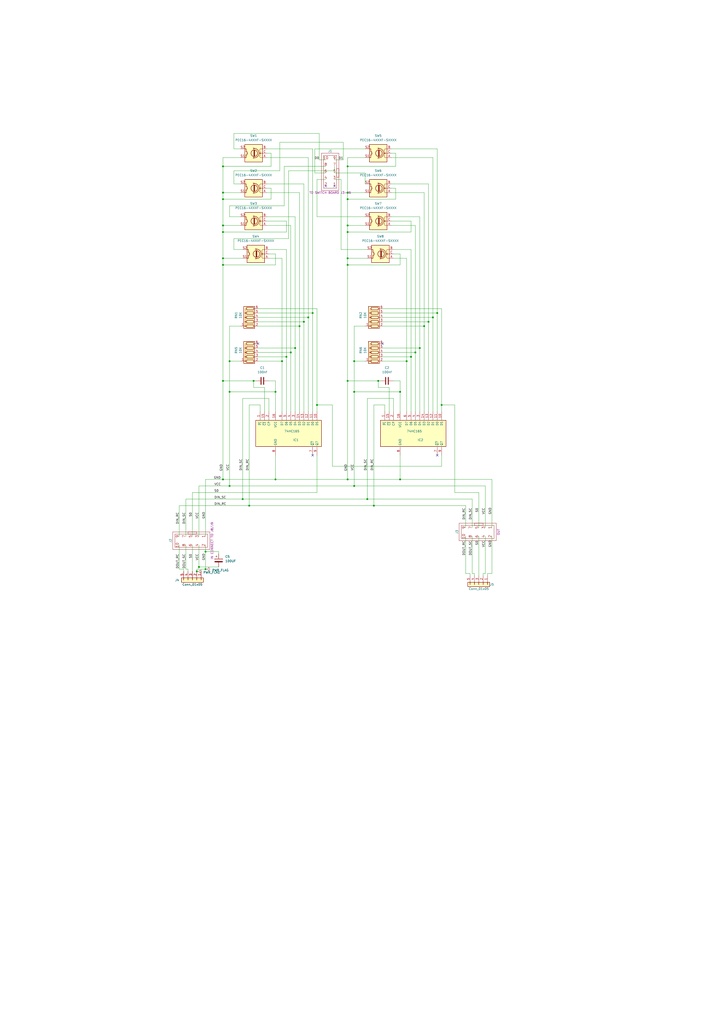
<source format=kicad_sch>
(kicad_sch (version 20230121) (generator eeschema)
  (paper "A2" portrait)
  (lib_symbols
    (symbol "74xx:74HC165"
      (property "Reference" "U?" (at 7.8488 -25.4 0))
      (property "Value" "74HC165" (at 5.3088 -25.4 0))
      (symbol "74HC165_1_0"
        (pin input line (at -16.51 11.43 270) (length 5.08) (name "~{PL}") (number "1"))
        (pin input line (at 16.51 11.43 270) (length 5.08) (name "DS") (number "10"))
        (pin input line (at 13.97 11.43 270) (length 5.08) (name "D0") (number "11"))
        (pin input line (at 11.43 11.43 270) (length 5.08) (name "D1") (number "12"))
        (pin input line (at 8.89 11.43 270) (length 5.08) (name "D2") (number "13"))
        (pin input line (at 6.35 11.43 270) (length 5.08) (name "D3") (number "14"))
        (pin input line (at -13.97 11.43 270) (length 5.08) (name "~{CE}") (number "15"))
        (pin power_in line (at -7.62 11.43 270) (length 5.08) (name "VCC") (number "16"))
        (pin input line (at -11.43 11.43 270) (length 5.08) (name "CP") (number "2"))
        (pin input line (at 3.81 11.43 270) (length 5.08) (name "D4") (number "3"))
        (pin input line (at 1.27 11.43 270) (length 5.08) (name "D5") (number "4"))
        (pin input line (at -1.27 11.43 270) (length 5.08) (name "D6") (number "5"))
        (pin input line (at -3.81 11.43 270) (length 5.08) (name "D7") (number "6"))
        (pin output line (at 13.97 -13.97 90) (length 5.08) (name "~{Q7}") (number "7"))
        (pin power_in line (at -7.62 -13.97 90) (length 5.08) (name "GND") (number "8"))
        (pin output line (at 16.51 -13.97 90) (length 5.08) (name "Q7") (number "9"))
      )
      (symbol "74HC165_1_1"
        (rectangle (start 19.05 6.35) (end -19.05 -8.89) (stroke (width 0.254)) (fill (type background)))
      )
    )
    (symbol "Connector_Generic:Conn_01x05" (pin_names (offset 1.016) hide)
      (property "Reference" "J" (at 0 7.62 0))
      (property "Value" "Conn_01x05" (at 0 -7.62 0))
      (symbol "Conn_01x05_1_1"
        (rectangle (start -1.27 -4.953) (end 0 -5.207) (stroke (width 0.1524)))
        (rectangle (start -1.27 -2.413) (end 0 -2.667) (stroke (width 0.1524)))
        (rectangle (start -1.27 0.127) (end 0 -0.127) (stroke (width 0.1524)))
        (rectangle (start -1.27 2.667) (end 0 2.413) (stroke (width 0.1524)))
        (rectangle (start -1.27 5.207) (end 0 4.953) (stroke (width 0.1524)))
        (rectangle (start -1.27 6.35) (end 1.27 -6.35) (stroke (width 0.254)) (fill (type background)))
        (pin passive line (at -5.08 5.08 0) (length 3.81) (name "Pin_1") (number "1"))
        (pin passive line (at -5.08 2.54 0) (length 3.81) (name "Pin_2") (number "2"))
        (pin passive line (at -5.08 0 0) (length 3.81) (name "Pin_3") (number "3"))
        (pin passive line (at -5.08 -2.54 0) (length 3.81) (name "Pin_4") (number "4"))
        (pin passive line (at -5.08 -5.08 0) (length 3.81) (name "Pin_5") (number "5"))
      )
    )
    (symbol "Device:C" (pin_numbers hide) (pin_names (offset 0.254))
      (property "Reference" "C" (at 0.635 2.54 0))
      (property "Value" "C" (at 0.635 -2.54 0))
      (symbol "C_0_1"
        (polyline (pts (xy -2.032 -0.762) (xy 2.032 -0.762)) (stroke (width 0.508)))
        (polyline (pts (xy -2.032 0.762) (xy 2.032 0.762)) (stroke (width 0.508)))
      )
      (symbol "C_1_1"
        (pin passive line (at 0 3.81 270) (length 2.794) (name "~") (number "1"))
        (pin passive line (at 0 -3.81 90) (length 2.794) (name "~") (number "2"))
      )
    )
    (symbol "Device:C_Polarized" (pin_numbers hide) (pin_names (offset 0.254))
      (property "Reference" "C" (at 0.635 2.54 0))
      (property "Value" "C_Polarized" (at 0.635 -2.54 0))
      (symbol "C_Polarized_0_1"
        (rectangle (start -2.286 0.508) (end 2.286 1.016))
        (polyline (pts (xy -1.778 2.286) (xy -0.762 2.286)))
        (polyline (pts (xy -1.27 2.794) (xy -1.27 1.778)))
        (rectangle (start 2.286 -0.508) (end -2.286 -1.016) (fill (type outline)))
      )
      (symbol "C_Polarized_1_1"
        (pin passive line (at 0 3.81 270) (length 2.794) (name "~") (number "1"))
        (pin passive line (at 0 -3.81 90) (length 2.794) (name "~") (number "2"))
      )
    )
    (symbol "Device:R_Network05" (pin_names (offset 0) hide)
      (property "Reference" "RN" (at -7.62 0 90))
      (property "Value" "R_Network05" (at 7.62 0 90))
      (symbol "R_Network05_0_1"
        (rectangle (start -6.35 -3.175) (end 6.35 3.175) (stroke (width 0.254)) (fill (type background)))
        (rectangle (start -5.842 1.524) (end -4.318 -2.54) (stroke (width 0.254)))
        (circle (center -5.08 2.286) (radius 0.254) (fill (type outline)))
        (rectangle (start -3.302 1.524) (end -1.778 -2.54) (stroke (width 0.254)))
        (circle (center -2.54 2.286) (radius 0.254) (fill (type outline)))
        (rectangle (start -0.762 1.524) (end 0.762 -2.54) (stroke (width 0.254)))
        (polyline (pts (xy -5.08 -2.54) (xy -5.08 -3.81)))
        (polyline (pts (xy -2.54 -2.54) (xy -2.54 -3.81)))
        (polyline (pts (xy 0 -2.54) (xy 0 -3.81)))
        (polyline (pts (xy 2.54 -2.54) (xy 2.54 -3.81)))
        (polyline (pts (xy 5.08 -2.54) (xy 5.08 -3.81)))
        (polyline (pts (xy -5.08 1.524) (xy -5.08 2.286) (xy -2.54 2.286) (xy -2.54 1.524)))
        (polyline (pts (xy -2.54 1.524) (xy -2.54 2.286) (xy 0 2.286) (xy 0 1.524)))
        (polyline (pts (xy 0 1.524) (xy 0 2.286) (xy 2.54 2.286) (xy 2.54 1.524)))
        (polyline (pts (xy 2.54 1.524) (xy 2.54 2.286) (xy 5.08 2.286) (xy 5.08 1.524)))
        (circle (center 0 2.286) (radius 0.254) (fill (type outline)))
        (rectangle (start 1.778 1.524) (end 3.302 -2.54) (stroke (width 0.254)))
        (circle (center 2.54 2.286) (radius 0.254) (fill (type outline)))
        (rectangle (start 4.318 1.524) (end 5.842 -2.54) (stroke (width 0.254)))
      )
      (symbol "R_Network05_1_1"
        (pin passive line (at -5.08 5.08 270) (length 2.54) (name "common") (number "1"))
        (pin passive line (at -5.08 -5.08 90) (length 1.27) (name "R1") (number "2"))
        (pin passive line (at -2.54 -5.08 90) (length 1.27) (name "R2") (number "3"))
        (pin passive line (at 0 -5.08 90) (length 1.27) (name "R3") (number "4"))
        (pin passive line (at 2.54 -5.08 90) (length 1.27) (name "R4") (number "5"))
        (pin passive line (at 5.08 -5.08 90) (length 1.27) (name "R5") (number "6"))
      )
    )
    (symbol "Device:RotaryEncoder_Switch" (pin_names (offset 0.254) hide)
      (property "Reference" "SW" (at 0 6.604 0))
      (property "Value" "RotaryEncoder_Switch" (at 0 -6.604 0))
      (symbol "RotaryEncoder_Switch_0_1"
        (rectangle (start -5.08 5.08) (end 5.08 -5.08) (stroke (width 0.254)) (fill (type background)))
        (circle (center -3.81 0) (radius 0.254) (fill (type outline)))
        (circle (center -0.381 0) (radius 1.905) (stroke (width 0.254)))
        (arc (start -0.381 2.667) (mid -3.0988 -0.0635) (end -0.381 -2.794) (stroke (width 0.254)))
        (polyline (pts (xy -0.635 -1.778) (xy -0.635 1.778)) (stroke (width 0.254)))
        (polyline (pts (xy -0.381 -1.778) (xy -0.381 1.778)) (stroke (width 0.254)))
        (polyline (pts (xy -0.127 1.778) (xy -0.127 -1.778)) (stroke (width 0.254)))
        (polyline (pts (xy 3.81 0) (xy 3.429 0)) (stroke (width 0.254)))
        (polyline (pts (xy 3.81 1.016) (xy 3.81 -1.016)) (stroke (width 0.254)))
        (polyline (pts (xy -5.08 -2.54) (xy -3.81 -2.54) (xy -3.81 -2.032)))
        (polyline (pts (xy -5.08 2.54) (xy -3.81 2.54) (xy -3.81 2.032)))
        (polyline (pts (xy 0.254 -3.048) (xy -0.508 -2.794) (xy 0.127 -2.413)) (stroke (width 0.254)))
        (polyline (pts (xy 0.254 2.921) (xy -0.508 2.667) (xy 0.127 2.286)) (stroke (width 0.254)))
        (polyline (pts (xy 5.08 -2.54) (xy 4.318 -2.54) (xy 4.318 -1.016)) (stroke (width 0.254)))
        (polyline (pts (xy 5.08 2.54) (xy 4.318 2.54) (xy 4.318 1.016)) (stroke (width 0.254)))
        (polyline (pts (xy -5.08 0) (xy -3.81 0) (xy -3.81 -1.016) (xy -3.302 -2.032)))
        (polyline (pts (xy -4.318 0) (xy -3.81 0) (xy -3.81 1.016) (xy -3.302 2.032)))
        (circle (center 4.318 -1.016) (radius 0.127) (stroke (width 0.254)))
        (circle (center 4.318 1.016) (radius 0.127) (stroke (width 0.254)))
      )
      (symbol "RotaryEncoder_Switch_1_1"
        (pin passive line (at -7.62 2.54 0) (length 2.54) (name "A") (number "A"))
        (pin passive line (at -7.62 -2.54 0) (length 2.54) (name "B") (number "B"))
        (pin passive line (at -7.62 0 0) (length 2.54) (name "C") (number "C"))
        (pin passive line (at 7.62 2.54 180) (length 2.54) (name "S1") (number "S1"))
        (pin passive line (at 7.62 -2.54 180) (length 2.54) (name "S2") (number "S2"))
      )
    )
    (symbol "IDC-Header_2x05_P2.54mm_Vertical_1"
      (property "Reference" "J?" (at -15.24 0 0))
      (property "Champ4" "IN" (at -12.7 0 0))
      (symbol "IDC-Header_2x05_P2.54mm_Vertical_1_0_1"
        (rectangle (start -5.08 11.43) (end 5.08 -10.16))
        (rectangle (start -3.81 10.16) (end 3.81 -8.89))
        (rectangle (start 3.81 -2.54) (end 5.08 2.54))
      )
      (symbol "IDC-Header_2x05_P2.54mm_Vertical_1_1_1"
        (pin passive line (at 2.54 -7.62 180) (length 0) (name "") (number "1"))
        (pin passive line (at -2.54 7.62 0) (length 0) (name "") (number "10"))
        (pin passive line (at -2.54 -7.62 0) (length 0) (name "") (number "2"))
        (pin passive line (at 2.54 -3.81 180) (length 0) (name "") (number "3"))
        (pin passive line (at -2.54 -3.81 0) (length 0) (name "") (number "4"))
        (pin passive line (at 2.54 0 180) (length 0) (name "") (number "5"))
        (pin passive line (at -2.54 0 0) (length 0) (name "") (number "6"))
        (pin passive line (at 2.54 3.81 180) (length 0) (name "") (number "7"))
        (pin passive line (at -2.54 3.81 0) (length 0) (name "") (number "8"))
        (pin passive line (at 2.54 7.62 180) (length 0) (name "") (number "9"))
      )
    )
    (symbol "power:PWR_FLAG" (power) (pin_numbers hide) (pin_names (offset 0) hide)
      (property "Value" "PWR_FLAG" (at 0 3.81 0))
      (symbol "PWR_FLAG_0_0"
        (pin power_out line (at 0 0 90) (length 0) (name "pwr") (number "1"))
      )
      (symbol "PWR_FLAG_0_1"
        (polyline (pts (xy 0 0) (xy 0 1.27) (xy -1.016 1.905) (xy 0 2.54) (xy 1.016 1.905) (xy 0 1.27)))
      )
    )
  )
  (junction (at 213.36 289.56))
  (junction (at 129.54 149.86))
  (junction (at 176.53 186.69))
  (junction (at 168.91 204.47))
  (junction (at 129.54 278.13))
  (junction (at 140.97 289.56))
  (junction (at 129.54 134.62))
  (junction (at 254 181.61))
  (junction (at 184.15 234.95))
  (junction (at 144.78 293.37))
  (junction (at 133.35 209.55))
  (junction (at 119.38 330.2))
  (junction (at 201.93 278.13))
  (junction (at 129.54 96.52))
  (junction (at 248.92 186.69))
  (junction (at 201.93 96.52))
  (junction (at 114.3 331.47))
  (junction (at 129.54 220.98))
  (junction (at 236.22 209.55))
  (junction (at 163.83 209.55))
  (junction (at 171.45 201.93))
  (junction (at 133.35 227.33))
  (junction (at 179.07 184.15))
  (junction (at 205.74 209.55))
  (junction (at 201.93 220.98))
  (junction (at 115.57 328.93))
  (junction (at 241.3 204.47))
  (junction (at 147.32 220.98))
  (junction (at 256.54 234.95))
  (junction (at 160.02 278.13))
  (junction (at 173.99 189.23))
  (junction (at 201.93 115.57))
  (junction (at 232.41 278.13))
  (junction (at 238.76 207.01))
  (junction (at 217.17 293.37))
  (junction (at 129.54 153.67))
  (junction (at 251.46 184.15))
  (junction (at 243.84 201.93))
  (junction (at 181.61 181.61))
  (junction (at 201.93 130.81))
  (junction (at 205.74 281.94))
  (junction (at 201.93 149.86))
  (junction (at 166.37 207.01))
  (junction (at 201.93 111.76))
  (junction (at 205.74 227.33))
  (junction (at 201.93 134.62))
  (junction (at 246.38 189.23))
  (junction (at 129.54 115.57))
  (junction (at 129.54 111.76))
  (junction (at 232.41 227.33))
  (junction (at 133.35 281.94))
  (junction (at 219.71 220.98))
  (junction (at 160.02 227.33))
  (junction (at 119.38 320.04))
  (junction (at 129.54 130.81))
  (junction (at 201.93 153.67))
  (no_connect (at 149.86 199.39))
  (no_connect (at 254 264.16))
  (no_connect (at 189.23 107.95))
  (no_connect (at 222.25 199.39))
  (no_connect (at 194.31 107.95))
  (no_connect (at 181.61 264.16))
  (wire (pts (xy 222.25 209.55) (xy 236.22 209.55)))
  (wire (pts (xy 104.14 293.37) (xy 104.14 311.15)))
  (wire (pts (xy 133.35 119.38) (xy 165.1 119.38)))
  (wire (pts (xy 129.54 153.67) (xy 129.54 220.98)))
  (wire (pts (xy 201.93 149.86) (xy 213.36 149.86)))
  (wire (pts (xy 205.74 209.55) (xy 212.09 209.55)))
  (wire (pts (xy 104.14 316.23) (xy 104.14 330.2)))
  (wire (pts (xy 213.36 231.14) (xy 213.36 289.56)))
  (wire (pts (xy 229.87 115.57) (xy 201.93 115.57)))
  (wire (pts (xy 106.68 330.2) (xy 104.14 330.2)))
  (wire (pts (xy 111.76 285.75) (xy 184.15 285.75)))
  (wire (pts (xy 243.84 238.76) (xy 243.84 201.93)))
  (wire (pts (xy 133.35 189.23) (xy 133.35 209.55)))
  (wire (pts (xy 205.74 227.33) (xy 232.41 227.33)))
  (wire (pts (xy 227.33 88.9) (xy 229.87 88.9)))
  (wire (pts (xy 222.25 189.23) (xy 246.38 189.23)))
  (wire (pts (xy 163.83 209.55) (xy 163.83 238.76)))
  (wire (pts (xy 116.84 330.2) (xy 119.38 330.2)))
  (wire (pts (xy 254 86.36) (xy 254 181.61)))
  (wire (pts (xy 227.33 128.27) (xy 238.76 128.27)))
  (wire (pts (xy 285.75 278.13) (xy 285.75 306.07)))
  (wire (pts (xy 201.93 278.13) (xy 232.41 278.13)))
  (wire (pts (xy 156.21 144.78) (xy 166.37 144.78)))
  (wire (pts (xy 273.05 334.01) (xy 273.05 332.74)))
  (wire (pts (xy 274.32 332.74) (xy 274.32 311.15)))
  (wire (pts (xy 133.35 209.55) (xy 133.35 227.33)))
  (wire (pts (xy 232.41 153.67) (xy 201.93 153.67)))
  (wire (pts (xy 285.75 311.15) (xy 285.75 332.74)))
  (wire (pts (xy 133.35 209.55) (xy 139.7 209.55)))
  (wire (pts (xy 167.64 138.43) (xy 135.89 138.43)))
  (wire (pts (xy 166.37 134.62) (xy 129.54 134.62)))
  (wire (pts (xy 149.86 204.47) (xy 168.91 204.47)))
  (wire (pts (xy 212.09 100.33) (xy 212.09 106.68)))
  (wire (pts (xy 135.89 144.78) (xy 140.97 144.78)))
  (wire (pts (xy 243.84 201.93) (xy 243.84 125.73)))
  (wire (pts (xy 194.31 96.52) (xy 194.31 99.06)))
  (wire (pts (xy 139.7 125.73) (xy 133.35 125.73)))
  (wire (pts (xy 201.93 96.52) (xy 201.93 111.76)))
  (wire (pts (xy 157.48 109.22) (xy 157.48 115.57)))
  (wire (pts (xy 149.86 189.23) (xy 173.99 189.23)))
  (wire (pts (xy 193.04 270.51) (xy 256.54 270.51)))
  (wire (pts (xy 219.71 224.79) (xy 226.06 224.79)))
  (wire (pts (xy 129.54 278.13) (xy 160.02 278.13)))
  (wire (pts (xy 194.31 104.14) (xy 198.12 104.14)))
  (wire (pts (xy 201.93 220.98) (xy 219.71 220.98)))
  (wire (pts (xy 119.38 278.13) (xy 119.38 311.15)))
  (wire (pts (xy 219.71 220.98) (xy 219.71 224.79)))
  (wire (pts (xy 227.33 91.44) (xy 251.46 91.44)))
  (wire (pts (xy 154.94 88.9) (xy 157.48 88.9)))
  (wire (pts (xy 129.54 130.81) (xy 129.54 134.62)))
  (wire (pts (xy 111.76 316.23) (xy 111.76 331.47)))
  (wire (pts (xy 227.33 109.22) (xy 229.87 109.22)))
  (wire (pts (xy 184.15 125.73) (xy 212.09 125.73)))
  (wire (pts (xy 201.93 111.76) (xy 212.09 111.76)))
  (wire (pts (xy 115.57 281.94) (xy 115.57 311.15)))
  (wire (pts (xy 194.31 92.71) (xy 199.39 92.71)))
  (wire (pts (xy 160.02 278.13) (xy 160.02 264.16)))
  (wire (pts (xy 185.42 92.71) (xy 189.23 92.71)))
  (wire (pts (xy 227.33 111.76) (xy 246.38 111.76)))
  (wire (pts (xy 194.31 99.06) (xy 167.64 99.06)))
  (wire (pts (xy 147.32 224.79) (xy 153.67 224.79)))
  (wire (pts (xy 227.33 86.36) (xy 254 86.36)))
  (wire (pts (xy 109.22 330.2) (xy 107.95 330.2)))
  (wire (pts (xy 226.06 224.79) (xy 226.06 238.76)))
  (wire (pts (xy 115.57 328.93) (xy 127 328.93)))
  (wire (pts (xy 223.52 234.95) (xy 217.17 234.95)))
  (wire (pts (xy 179.07 91.44) (xy 179.07 184.15)))
  (wire (pts (xy 256.54 179.07) (xy 256.54 234.95)))
  (wire (pts (xy 162.56 99.06) (xy 162.56 82.55)))
  (wire (pts (xy 133.35 281.94) (xy 205.74 281.94)))
  (wire (pts (xy 278.13 285.75) (xy 264.16 285.75)))
  (wire (pts (xy 199.39 82.55) (xy 199.39 92.71)))
  (wire (pts (xy 248.92 186.69) (xy 248.92 106.68)))
  (wire (pts (xy 168.91 204.47) (xy 168.91 238.76)))
  (wire (pts (xy 171.45 125.73) (xy 154.94 125.73)))
  (wire (pts (xy 185.42 77.47) (xy 185.42 92.71)))
  (wire (pts (xy 176.53 238.76) (xy 176.53 186.69)))
  (wire (pts (xy 232.41 227.33) (xy 232.41 238.76)))
  (wire (pts (xy 189.23 100.33) (xy 182.88 100.33)))
  (wire (pts (xy 184.15 264.16) (xy 184.15 285.75)))
  (wire (pts (xy 222.25 181.61) (xy 254 181.61)))
  (wire (pts (xy 107.95 316.23) (xy 107.95 330.2)))
  (wire (pts (xy 157.48 96.52) (xy 129.54 96.52)))
  (wire (pts (xy 205.74 227.33) (xy 205.74 281.94)))
  (wire (pts (xy 251.46 91.44) (xy 251.46 184.15)))
  (wire (pts (xy 222.25 184.15) (xy 251.46 184.15)))
  (wire (pts (xy 229.87 96.52) (xy 201.93 96.52)))
  (wire (pts (xy 213.36 231.14) (xy 228.6 231.14)))
  (wire (pts (xy 217.17 234.95) (xy 217.17 293.37)))
  (wire (pts (xy 129.54 149.86) (xy 140.97 149.86)))
  (wire (pts (xy 115.57 281.94) (xy 133.35 281.94)))
  (wire (pts (xy 184.15 104.14) (xy 184.15 125.73)))
  (wire (pts (xy 165.1 119.38) (xy 165.1 96.52)))
  (wire (pts (xy 228.6 231.14) (xy 228.6 238.76)))
  (wire (pts (xy 116.84 331.47) (xy 116.84 330.2)))
  (wire (pts (xy 238.76 128.27) (xy 238.76 134.62)))
  (wire (pts (xy 241.3 204.47) (xy 241.3 238.76)))
  (wire (pts (xy 232.41 278.13) (xy 232.41 264.16)))
  (wire (pts (xy 147.32 220.98) (xy 148.59 220.98)))
  (wire (pts (xy 246.38 189.23) (xy 246.38 238.76)))
  (wire (pts (xy 228.6 147.32) (xy 232.41 147.32)))
  (wire (pts (xy 278.13 285.75) (xy 278.13 306.07)))
  (wire (pts (xy 156.21 231.14) (xy 156.21 238.76)))
  (wire (pts (xy 229.87 109.22) (xy 229.87 115.57)))
  (wire (pts (xy 107.95 289.56) (xy 140.97 289.56)))
  (wire (pts (xy 179.07 184.15) (xy 179.07 238.76)))
  (wire (pts (xy 248.92 106.68) (xy 227.33 106.68)))
  (wire (pts (xy 154.94 130.81) (xy 168.91 130.81)))
  (wire (pts (xy 139.7 86.36) (xy 135.89 86.36)))
  (wire (pts (xy 201.93 153.67) (xy 201.93 220.98)))
  (wire (pts (xy 140.97 231.14) (xy 140.97 289.56)))
  (wire (pts (xy 280.67 334.01) (xy 280.67 332.74)))
  (wire (pts (xy 129.54 149.86) (xy 129.54 153.67)))
  (wire (pts (xy 222.25 204.47) (xy 241.3 204.47)))
  (wire (pts (xy 129.54 111.76) (xy 129.54 115.57)))
  (wire (pts (xy 149.86 179.07) (xy 184.15 179.07)))
  (wire (pts (xy 232.41 147.32) (xy 232.41 153.67)))
  (wire (pts (xy 106.68 331.47) (xy 106.68 330.2)))
  (wire (pts (xy 236.22 149.86) (xy 236.22 209.55)))
  (wire (pts (xy 115.57 316.23) (xy 115.57 328.93)))
  (wire (pts (xy 184.15 179.07) (xy 184.15 234.95)))
  (wire (pts (xy 129.54 96.52) (xy 129.54 111.76)))
  (wire (pts (xy 149.86 181.61) (xy 181.61 181.61)))
  (wire (pts (xy 278.13 311.15) (xy 278.13 334.01)))
  (wire (pts (xy 166.37 128.27) (xy 166.37 134.62)))
  (wire (pts (xy 133.35 227.33) (xy 160.02 227.33)))
  (wire (pts (xy 135.89 106.68) (xy 135.89 99.06)))
  (wire (pts (xy 274.32 289.56) (xy 274.32 306.07)))
  (wire (pts (xy 157.48 88.9) (xy 157.48 96.52)))
  (wire (pts (xy 163.83 149.86) (xy 163.83 209.55)))
  (wire (pts (xy 254 181.61) (xy 254 238.76)))
  (wire (pts (xy 201.93 115.57) (xy 201.93 130.81)))
  (wire (pts (xy 133.35 125.73) (xy 133.35 119.38)))
  (wire (pts (xy 212.09 189.23) (xy 205.74 189.23)))
  (wire (pts (xy 201.93 149.86) (xy 201.93 153.67)))
  (wire (pts (xy 160.02 220.98) (xy 160.02 227.33)))
  (wire (pts (xy 176.53 186.69) (xy 176.53 106.68)))
  (wire (pts (xy 140.97 231.14) (xy 156.21 231.14)))
  (wire (pts (xy 213.36 289.56) (xy 274.32 289.56)))
  (wire (pts (xy 160.02 153.67) (xy 129.54 153.67)))
  (wire (pts (xy 238.76 207.01) (xy 238.76 238.76)))
  (wire (pts (xy 154.94 109.22) (xy 157.48 109.22)))
  (wire (pts (xy 154.94 111.76) (xy 173.99 111.76)))
  (wire (pts (xy 157.48 115.57) (xy 129.54 115.57)))
  (wire (pts (xy 201.93 130.81) (xy 201.93 134.62)))
  (wire (pts (xy 228.6 144.78) (xy 238.76 144.78)))
  (wire (pts (xy 256.54 264.16) (xy 256.54 270.51)))
  (wire (pts (xy 144.78 293.37) (xy 217.17 293.37)))
  (wire (pts (xy 201.93 278.13) (xy 160.02 278.13)))
  (wire (pts (xy 149.86 209.55) (xy 163.83 209.55)))
  (wire (pts (xy 275.59 334.01) (xy 275.59 332.74)))
  (wire (pts (xy 212.09 91.44) (xy 201.93 91.44)))
  (wire (pts (xy 140.97 289.56) (xy 213.36 289.56)))
  (wire (pts (xy 139.7 106.68) (xy 135.89 106.68)))
  (wire (pts (xy 251.46 184.15) (xy 251.46 238.76)))
  (wire (pts (xy 270.51 293.37) (xy 270.51 306.07)))
  (wire (pts (xy 129.54 91.44) (xy 129.54 96.52)))
  (wire (pts (xy 135.89 138.43) (xy 135.89 144.78)))
  (wire (pts (xy 223.52 238.76) (xy 223.52 234.95)))
  (wire (pts (xy 153.67 224.79) (xy 153.67 238.76)))
  (wire (pts (xy 201.93 111.76) (xy 201.93 115.57)))
  (wire (pts (xy 184.15 234.95) (xy 193.04 234.95)))
  (wire (pts (xy 171.45 201.93) (xy 171.45 125.73)))
  (wire (pts (xy 151.13 234.95) (xy 144.78 234.95)))
  (wire (pts (xy 205.74 189.23) (xy 205.74 209.55)))
  (wire (pts (xy 198.12 104.14) (xy 198.12 144.78)))
  (wire (pts (xy 243.84 125.73) (xy 227.33 125.73)))
  (wire (pts (xy 228.6 220.98) (xy 232.41 220.98)))
  (wire (pts (xy 281.94 281.94) (xy 281.94 306.07)))
  (wire (pts (xy 133.35 281.94) (xy 133.35 227.33)))
  (wire (pts (xy 238.76 144.78) (xy 238.76 207.01)))
  (wire (pts (xy 156.21 220.98) (xy 160.02 220.98)))
  (wire (pts (xy 182.88 86.36) (xy 212.09 86.36)))
  (wire (pts (xy 156.21 147.32) (xy 160.02 147.32)))
  (wire (pts (xy 167.64 99.06) (xy 167.64 138.43)))
  (wire (pts (xy 129.54 115.57) (xy 129.54 130.81)))
  (wire (pts (xy 115.57 328.93) (xy 115.57 330.2)))
  (wire (pts (xy 156.21 149.86) (xy 163.83 149.86)))
  (wire (pts (xy 129.54 134.62) (xy 129.54 149.86)))
  (wire (pts (xy 228.6 149.86) (xy 236.22 149.86)))
  (wire (pts (xy 184.15 234.95) (xy 184.15 238.76)))
  (wire (pts (xy 193.04 234.95) (xy 193.04 270.51)))
  (wire (pts (xy 149.86 186.69) (xy 176.53 186.69)))
  (wire (pts (xy 222.25 186.69) (xy 248.92 186.69)))
  (wire (pts (xy 149.86 207.01) (xy 166.37 207.01)))
  (wire (pts (xy 229.87 88.9) (xy 229.87 96.52)))
  (wire (pts (xy 201.93 134.62) (xy 201.93 149.86)))
  (wire (pts (xy 114.3 330.2) (xy 115.57 330.2)))
  (wire (pts (xy 238.76 134.62) (xy 201.93 134.62)))
  (wire (pts (xy 283.21 332.74) (xy 285.75 332.74)))
  (wire (pts (xy 135.89 86.36) (xy 135.89 77.47)))
  (wire (pts (xy 139.7 91.44) (xy 129.54 91.44)))
  (wire (pts (xy 127 321.31) (xy 127 320.04)))
  (wire (pts (xy 162.56 82.55) (xy 199.39 82.55)))
  (wire (pts (xy 166.37 144.78) (xy 166.37 207.01)))
  (wire (pts (xy 217.17 293.37) (xy 270.51 293.37)))
  (wire (pts (xy 129.54 111.76) (xy 139.7 111.76)))
  (wire (pts (xy 281.94 311.15) (xy 281.94 332.74)))
  (wire (pts (xy 139.7 189.23) (xy 133.35 189.23)))
  (wire (pts (xy 149.86 184.15) (xy 179.07 184.15)))
  (wire (pts (xy 283.21 334.01) (xy 283.21 332.74)))
  (wire (pts (xy 147.32 220.98) (xy 147.32 224.79)))
  (wire (pts (xy 275.59 332.74) (xy 274.32 332.74)))
  (wire (pts (xy 176.53 106.68) (xy 154.94 106.68)))
  (wire (pts (xy 280.67 332.74) (xy 281.94 332.74)))
  (wire (pts (xy 135.89 77.47) (xy 185.42 77.47)))
  (wire (pts (xy 201.93 220.98) (xy 201.93 278.13)))
  (wire (pts (xy 285.75 278.13) (xy 232.41 278.13)))
  (wire (pts (xy 111.76 285.75) (xy 111.76 311.15)))
  (wire (pts (xy 264.16 234.95) (xy 256.54 234.95)))
  (wire (pts (xy 181.61 86.36) (xy 181.61 181.61)))
  (wire (pts (xy 241.3 130.81) (xy 241.3 204.47)))
  (wire (pts (xy 194.31 100.33) (xy 212.09 100.33)))
  (wire (pts (xy 205.74 281.94) (xy 281.94 281.94)))
  (wire (pts (xy 107.95 289.56) (xy 107.95 311.15)))
  (wire (pts (xy 149.86 201.93) (xy 171.45 201.93)))
  (wire (pts (xy 165.1 96.52) (xy 189.23 96.52)))
  (wire (pts (xy 273.05 332.74) (xy 270.51 332.74)))
  (wire (pts (xy 104.14 293.37) (xy 144.78 293.37)))
  (wire (pts (xy 144.78 234.95) (xy 144.78 293.37)))
  (wire (pts (xy 256.54 234.95) (xy 256.54 238.76)))
  (wire (pts (xy 154.94 128.27) (xy 166.37 128.27)))
  (wire (pts (xy 222.25 207.01) (xy 238.76 207.01)))
  (wire (pts (xy 264.16 285.75) (xy 264.16 234.95)))
  (wire (pts (xy 232.41 220.98) (xy 232.41 227.33)))
  (wire (pts (xy 154.94 91.44) (xy 179.07 91.44)))
  (wire (pts (xy 129.54 220.98) (xy 129.54 278.13)))
  (wire (pts (xy 219.71 220.98) (xy 220.98 220.98)))
  (wire (pts (xy 205.74 209.55) (xy 205.74 227.33)))
  (wire (pts (xy 109.22 331.47) (xy 109.22 330.2)))
  (wire (pts (xy 198.12 144.78) (xy 213.36 144.78)))
  (wire (pts (xy 114.3 331.47) (xy 114.3 330.2)))
  (wire (pts (xy 129.54 130.81) (xy 139.7 130.81)))
  (wire (pts (xy 119.38 320.04) (xy 119.38 330.2)))
  (wire (pts (xy 127 320.04) (xy 119.38 320.04)))
  (wire (pts (xy 222.25 201.93) (xy 243.84 201.93)))
  (wire (pts (xy 119.38 278.13) (xy 129.54 278.13)))
  (wire (pts (xy 236.22 209.55) (xy 236.22 238.76)))
  (wire (pts (xy 171.45 238.76) (xy 171.45 201.93)))
  (wire (pts (xy 270.51 332.74) (xy 270.51 311.15)))
  (wire (pts (xy 173.99 111.76) (xy 173.99 189.23)))
  (wire (pts (xy 222.25 179.07) (xy 256.54 179.07)))
  (wire (pts (xy 119.38 316.23) (xy 119.38 320.04)))
  (wire (pts (xy 151.13 238.76) (xy 151.13 234.95)))
  (wire (pts (xy 181.61 181.61) (xy 181.61 238.76)))
  (wire (pts (xy 168.91 130.81) (xy 168.91 204.47)))
  (wire (pts (xy 160.02 227.33) (xy 160.02 238.76)))
  (wire (pts (xy 160.02 147.32) (xy 160.02 153.67)))
  (wire (pts (xy 227.33 130.81) (xy 241.3 130.81)))
  (wire (pts (xy 201.93 91.44) (xy 201.93 96.52)))
  (wire (pts (xy 182.88 100.33) (xy 182.88 86.36)))
  (wire (pts (xy 154.94 86.36) (xy 181.61 86.36)))
  (wire (pts (xy 129.54 220.98) (xy 147.32 220.98)))
  (wire (pts (xy 246.38 111.76) (xy 246.38 189.23)))
  (wire (pts (xy 173.99 189.23) (xy 173.99 238.76)))
  (wire (pts (xy 135.89 99.06) (xy 162.56 99.06)))
  (wire (pts (xy 189.23 104.14) (xy 184.15 104.14)))
  (wire (pts (xy 248.92 238.76) (xy 248.92 186.69)))
  (wire (pts (xy 166.37 207.01) (xy 166.37 238.76)))
  (wire (pts (xy 201.93 130.81) (xy 212.09 130.81)))
  (label "S0" (at 124.46 285.75 0))
  (label "DOUT_RC" (at 270.51 313.69 270))
  (label "DIN_SC" (at 274.32 294.64 270))
  (label "DIN_SC" (at 213.36 273.05 90))
  (label "GND" (at 285.75 317.5 90))
  (label "VCC" (at 128.27 281.94 180))
  (label "DIN_RC" (at 217.17 273.05 90))
  (label "VCC" (at 281.94 317.5 90))
  (label "DOUT_SC" (at 107.95 321.31 270))
  (label "GND" (at 129.54 269.24 270))
  (label "S0" (at 111.76 297.18 270))
  (label "DIN_RC" (at 104.14 297.18 270))
  (label "VCC" (at 205.74 269.24 270))
  (label "DOUT_SC" (at 274.32 313.69 270))
  (label "VCC" (at 115.57 325.12 90))
  (label "DIN_SC" (at 107.95 297.18 270))
  (label "DIN_RC" (at 144.78 273.05 90))
  (label "GND" (at 119.38 300.99 90))
  (label "DIN_RC" (at 124.46 293.37 0))
  (label "VCC" (at 133.35 269.24 270))
  (label "DIN_SC" (at 124.46 289.56 0))
  (label "DIN_SC" (at 140.97 273.05 90))
  (label "D1" (at 199.39 92.71 180))
  (label "VCC" (at 115.57 300.99 90))
  (label "GND" (at 119.38 325.12 90))
  (label "VCC" (at 281.94 298.45 90))
  (label "D0" (at 185.42 92.71 180))
  (label "DOUT_RC" (at 104.14 321.31 270))
  (label "S0" (at 278.13 294.64 270))
  (label "DIN_RC" (at 270.51 294.64 270))
  (label "GND" (at 285.75 298.45 90))
  (label "GND" (at 201.93 269.24 270))
  (label "S0" (at 111.76 321.31 270))
  (label "GND" (at 128.27 278.13 180))
  (label "S0" (at 278.13 313.69 270))
  (symbol (lib_id "Device:C_Polarized") (at 127 325.12 0) (unit 1)
    (property "Reference" "C5" (at 130.81 322.9609 0) (effects (justify left)))
    (property "Value" "100UF" (at 130.81 325.5009 0) (effects (justify left)))
    (property "Footprint" "Capacitor_THT:CP_Radial_D6.3mm_P2.50mm" (effects hide))
  )
  (symbol (lib_id "Device:R_Network05") (at 144.78 204.47 90) (unit 1)
    (property "Reference" "RN5" (at 137.16 203.2 0))
    (property "Value" "10K" (at 139.7 203.2 0))
    (property "Footprint" "Resistor_THT:R_Array_SIP6" (effects hide))
    (property "Datasheet" "http://www.vishay.com/docs/31509/csc.pdf" (effects hide))
  )
  (symbol (lib_id "Device:C") (at 152.4 220.98 270) (unit 1)
    (property "Reference" "C1" (at 152.4 213.36 90))
    (property "Value" "100nf" (at 152.4 215.9 90))
  )
  (symbol (lib_id "Device:RotaryEncoder_Switch") (at 219.71 88.9 180) (unit 1)
    (property "Reference" "SW5" (at 219.71 78.74 0))
    (property "Value" "PEC16-4XXXF-SXXXX" (at 219.71 81.28 0))
    (property "Footprint" "ksir 2022:PEC164120FS0012" (effects hide))
  )
  (symbol (lib_id "Device:R_Network05") (at 217.17 204.47 90) (unit 1)
    (property "Reference" "RN6" (at 209.55 203.2 0))
    (property "Value" "10K" (at 212.09 203.2 0))
    (property "Footprint" "Resistor_THT:R_Array_SIP6" (effects hide))
    (property "Datasheet" "http://www.vishay.com/docs/31509/csc.pdf" (effects hide))
  )
  (symbol (lib_id "Device:RotaryEncoder_Switch") (at 148.59 147.32 180) (unit 1)
    (property "Reference" "SW4" (at 148.59 137.16 0))
    (property "Value" "PEC16-4XXXF-SXXXX" (at 148.59 139.7 0))
    (property "Footprint" "ksir 2022:PEC164120FS0012" (effects hide))
  )
  (symbol (lib_id "power:PWR_FLAG") (at 114.3 331.47 270) (unit 1)
    (property "Reference" "#FLG02" (effects hide))
    (property "Value" "PWR_FLAG" (at 118.11 332.105 90) (effects (justify left)))
  )
  (symbol (lib_id "Device:R_Network05") (at 144.78 184.15 90) (unit 1)
    (property "Reference" "RN1" (at 137.16 182.88 0))
    (property "Value" "10K" (at 139.7 182.88 0))
    (property "Footprint" "Resistor_THT:R_Array_SIP6" (effects hide))
    (property "Datasheet" "http://www.vishay.com/docs/31509/csc.pdf" (effects hide))
  )
  (symbol (lib_name "IDC-Header_2x05_P2.54mm_Vertical_1") (lib_id "ksir_2023:IDC-Header_2x05_P2.54mm_Vertical") (at 278.13 308.61 90) (unit 1)
    (property "Reference" "J3" (at 265.43 308.61 0))
    (property "Value" "sin_in" (effects hide))
    (property "Footprint" "Connector_IDC:IDC-Header_2x05_P2.54mm_Vertical" (effects hide))
    (property "Champ4" "OUT" (at 289.56 308.61 0))
  )
  (symbol (lib_id "power:PWR_FLAG") (at 119.38 330.2 270) (unit 1)
    (property "Reference" "#FLG01" (effects hide))
    (property "Value" "PWR_FLAG" (at 123.19 330.835 90) (effects (justify left)))
  )
  (symbol (lib_id "Device:RotaryEncoder_Switch") (at 219.71 128.27 180) (unit 1)
    (property "Reference" "SW7" (at 219.71 118.11 0))
    (property "Value" "PEC16-4XXXF-SXXXX" (at 219.71 120.65 0))
    (property "Footprint" "ksir 2022:PEC164120FS0012" (effects hide))
  )
  (symbol (lib_id "Device:RotaryEncoder_Switch") (at 147.32 88.9 180) (unit 1)
    (property "Reference" "SW1" (at 147.32 78.74 0))
    (property "Value" "PEC16-4XXXF-SXXXX" (at 147.32 81.28 0))
    (property "Footprint" "ksir 2022:PEC164120FS0012" (effects hide))
    (property "Datasheet" "  (layer \"F.Cu\")" (effects hide))
  )
  (symbol (lib_id "74xx:74HC165") (at 167.64 250.19 0) (unit 1)
    (property "Reference" "IC1" (at 170.18 255.27 0) (effects (justify left)))
    (property "Value" "74HC165" (at 165.1 250.19 0) (effects (justify left)))
    (property "Footprint" "ksir 2022:74HC165D653" (effects hide))
    (property "Datasheet" "https://assets.nexperia.com/documents/data-sheet/74HC_HCT165.pdf" (effects hide))
  )
  (symbol (lib_id "Device:RotaryEncoder_Switch") (at 147.32 109.22 180) (unit 1)
    (property "Reference" "SW2" (at 147.32 99.06 0))
    (property "Value" "PEC16-4XXXF-SXXXX" (at 147.32 101.6 0))
    (property "Footprint" "ksir 2022:PEC164120FS0012" (effects hide))
  )
  (symbol (lib_id "74xx:74HC165") (at 240.03 250.19 0) (unit 1)
    (property "Reference" "IC2" (at 242.57 255.27 0) (effects (justify left)))
    (property "Value" "74HC165" (at 236.22 250.19 0) (effects (justify left)))
    (property "Footprint" "ksir 2022:74HC165D653" (effects hide))
    (property "Datasheet" "https://assets.nexperia.com/documents/data-sheet/74HC_HCT165.pdf" (effects hide))
  )
  (symbol (lib_id "Device:RotaryEncoder_Switch") (at 147.32 128.27 180) (unit 1)
    (property "Reference" "SW3" (at 147.32 118.11 0))
    (property "Value" "PEC16-4XXXF-SXXXX" (at 147.32 120.65 0))
    (property "Footprint" "ksir 2022:PEC164120FS0012" (effects hide))
  )
  (symbol (lib_id "Device:R_Network05") (at 217.17 184.15 90) (unit 1)
    (property "Reference" "RN2" (at 209.55 182.88 0))
    (property "Value" "10K" (at 212.09 182.88 0))
    (property "Footprint" "Resistor_THT:R_Array_SIP6" (effects hide))
    (property "Datasheet" "http://www.vishay.com/docs/31509/csc.pdf" (effects hide))
  )
  (symbol (lib_id "Device:RotaryEncoder_Switch") (at 219.71 109.22 180) (unit 1)
    (property "Reference" "SW6" (at 219.71 99.06 0))
    (property "Value" "PEC16-4XXXF-SXXXX" (at 219.71 101.6 0))
    (property "Footprint" "ksir 2022:PEC164120FS0012" (effects hide))
  )
  (symbol (lib_name "IDC-Header_2x05_P2.54mm_Vertical_1") (lib_id "ksir_2023:IDC-Header_2x05_P2.54mm_Vertical") (at 191.77 100.33 0) (unit 1)
    (property "Reference" "J1" (at 191.77 87.63 0))
    (property "Value" "sin_in" (effects hide))
    (property "Footprint" "Connector_IDC:IDC-Header_2x05_P2.54mm_Vertical" (effects hide))
    (property "Champ4" "TO SWITCH BOARD J3-J6" (at 191.77 111.76 0))
  )
  (symbol (lib_id "Device:C") (at 224.79 220.98 270) (unit 1)
    (property "Reference" "C2" (at 224.79 213.36 90))
    (property "Value" "100nf" (at 224.79 215.9 90))
  )
  (symbol (lib_id "Connector_Generic:Conn_01x05") (at 111.76 336.55 270) (unit 1)
    (property "Reference" "J4" (at 102.87 336.55 90))
    (property "Value" "Conn_01x05" (at 111.76 339.09 90))
    (property "Footprint" "Connector_PinHeader_2.54mm:PinHeader_1x05_P2.54mm_Vertical" (effects hide))
  )
  (symbol (lib_name "IDC-Header_2x05_P2.54mm_Vertical_1") (lib_id "ksir_2023:IDC-Header_2x05_P2.54mm_Vertical") (at 111.76 313.69 90) (unit 1)
    (property "Reference" "J2" (at 99.06 313.69 0))
    (property "Value" "sin_in" (effects hide))
    (property "Footprint" "Connector_IDC:IDC-Header_2x05_P2.54mm_Vertical" (effects hide))
    (property "Champ4" "IN CONNECT TO J8/J9" (at 123.19 313.69 0))
  )
  (symbol (lib_id "Device:RotaryEncoder_Switch") (at 220.98 147.32 180) (unit 1)
    (property "Reference" "SW8" (at 220.98 137.16 0))
    (property "Value" "PEC16-4XXXF-SXXXX" (at 220.98 139.7 0))
    (property "Footprint" "ksir 2022:PEC164120FS0012" (effects hide))
  )
  (symbol (lib_id "Connector_Generic:Conn_01x05") (at 278.13 339.09 270) (unit 1)
    (property "Reference" "J5" (at 285.75 339.09 90))
    (property "Value" "Conn_01x05" (at 278.13 341.63 90))
    (property "Footprint" "Connector_PinHeader_2.54mm:PinHeader_1x05_P2.54mm_Vertical" (effects hide))
  )
)
</source>
